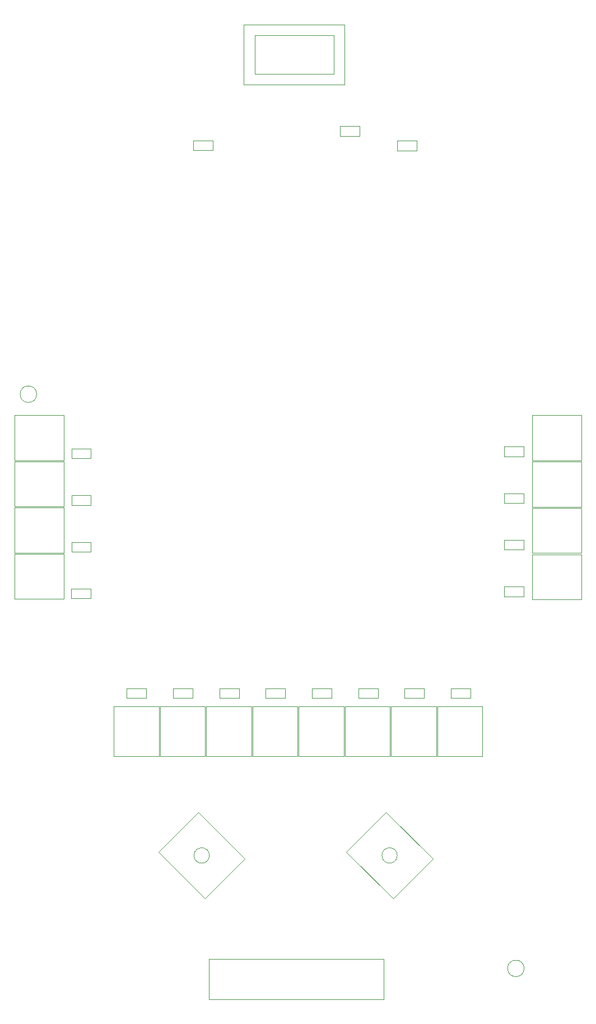
<source format=gbr>
G04 #@! TF.GenerationSoftware,KiCad,Pcbnew,(6.0.5)*
G04 #@! TF.CreationDate,2022-09-11T23:28:05-06:00*
G04 #@! TF.ProjectId,purplewizard,70757270-6c65-4776-997a-6172642e6b69,1.1*
G04 #@! TF.SameCoordinates,Original*
G04 #@! TF.FileFunction,Other,User*
%FSLAX46Y46*%
G04 Gerber Fmt 4.6, Leading zero omitted, Abs format (unit mm)*
G04 Created by KiCad (PCBNEW (6.0.5)) date 2022-09-11 23:28:05*
%MOMM*%
%LPD*%
G01*
G04 APERTURE LIST*
%ADD10C,0.120000*%
%ADD11C,0.050000*%
G04 APERTURE END LIST*
D10*
X140253800Y-23160600D02*
X140253800Y-32160600D01*
X155503800Y-23160600D02*
X140253800Y-23160600D01*
X155503800Y-32160600D02*
X155503800Y-23160600D01*
X140253800Y-32160600D02*
X155503800Y-32160600D01*
X141878800Y-24710600D02*
X141878800Y-30610600D01*
X153878800Y-24710600D02*
X141878800Y-24710600D01*
X153878800Y-30610600D02*
X153878800Y-24710600D01*
X141878800Y-30610600D02*
X153878800Y-30610600D01*
D11*
X108935600Y-78973600D02*
G75*
G03*
X108935600Y-78973600I-1250000J0D01*
G01*
X182615600Y-165763600D02*
G75*
G03*
X182615600Y-165763600I-1250000J0D01*
G01*
X117151600Y-95734466D02*
X114191600Y-95734466D01*
X117151600Y-94274466D02*
X117151600Y-95734466D01*
X114191600Y-94274466D02*
X117151600Y-94274466D01*
X114191600Y-95734466D02*
X114191600Y-94274466D01*
X117151600Y-102778732D02*
X114191600Y-102778732D01*
X117151600Y-101318732D02*
X117151600Y-102778732D01*
X114191600Y-101318732D02*
X117151600Y-101318732D01*
X114191600Y-102778732D02*
X114191600Y-101318732D01*
X179622000Y-101022400D02*
X182582000Y-101022400D01*
X179622000Y-102482400D02*
X179622000Y-101022400D01*
X182582000Y-102482400D02*
X179622000Y-102482400D01*
X182582000Y-101022400D02*
X182582000Y-102482400D01*
X136547228Y-123425200D02*
X139507228Y-123425200D01*
X136547228Y-124885200D02*
X136547228Y-123425200D01*
X139507228Y-124885200D02*
X136547228Y-124885200D01*
X139507228Y-123425200D02*
X139507228Y-124885200D01*
X135605600Y-42073600D02*
X132645600Y-42073600D01*
X135605600Y-40613600D02*
X135605600Y-42073600D01*
X132645600Y-40613600D02*
X135605600Y-40613600D01*
X132645600Y-42073600D02*
X132645600Y-40613600D01*
X117126200Y-109823000D02*
X114166200Y-109823000D01*
X117126200Y-108363000D02*
X117126200Y-109823000D01*
X114166200Y-108363000D02*
X117126200Y-108363000D01*
X114166200Y-109823000D02*
X114166200Y-108363000D01*
X166395600Y-42133600D02*
X163435600Y-42133600D01*
X166395600Y-40673600D02*
X166395600Y-42133600D01*
X163435600Y-40673600D02*
X166395600Y-40673600D01*
X163435600Y-42133600D02*
X163435600Y-40673600D01*
X117151600Y-88690200D02*
X114191600Y-88690200D01*
X117151600Y-87230200D02*
X117151600Y-88690200D01*
X114191600Y-87230200D02*
X117151600Y-87230200D01*
X114191600Y-88690200D02*
X114191600Y-87230200D01*
X129547714Y-123425200D02*
X132507714Y-123425200D01*
X129547714Y-124885200D02*
X129547714Y-123425200D01*
X132507714Y-124885200D02*
X129547714Y-124885200D01*
X132507714Y-123425200D02*
X132507714Y-124885200D01*
X164545284Y-123425200D02*
X167505284Y-123425200D01*
X164545284Y-124885200D02*
X164545284Y-123425200D01*
X167505284Y-124885200D02*
X164545284Y-124885200D01*
X167505284Y-123425200D02*
X167505284Y-124885200D01*
X150546256Y-123425200D02*
X153506256Y-123425200D01*
X150546256Y-124885200D02*
X150546256Y-123425200D01*
X153506256Y-124885200D02*
X150546256Y-124885200D01*
X153506256Y-123425200D02*
X153506256Y-124885200D01*
X122548200Y-123425200D02*
X125508200Y-123425200D01*
X122548200Y-124885200D02*
X122548200Y-123425200D01*
X125508200Y-124885200D02*
X122548200Y-124885200D01*
X125508200Y-123425200D02*
X125508200Y-124885200D01*
X179622000Y-93961200D02*
X182582000Y-93961200D01*
X179622000Y-95421200D02*
X179622000Y-93961200D01*
X182582000Y-95421200D02*
X179622000Y-95421200D01*
X182582000Y-93961200D02*
X182582000Y-95421200D01*
X157545770Y-123425200D02*
X160505770Y-123425200D01*
X157545770Y-124885200D02*
X157545770Y-123425200D01*
X160505770Y-124885200D02*
X157545770Y-124885200D01*
X160505770Y-123425200D02*
X160505770Y-124885200D01*
X179622000Y-86900000D02*
X182582000Y-86900000D01*
X179622000Y-88360000D02*
X179622000Y-86900000D01*
X182582000Y-88360000D02*
X179622000Y-88360000D01*
X182582000Y-86900000D02*
X182582000Y-88360000D01*
X157715400Y-39947600D02*
X154755400Y-39947600D01*
X157715400Y-38487600D02*
X157715400Y-39947600D01*
X154755400Y-38487600D02*
X157715400Y-38487600D01*
X154755400Y-39947600D02*
X154755400Y-38487600D01*
X105565600Y-96127340D02*
X113065600Y-96127340D01*
X105565600Y-102927340D02*
X113065600Y-102927340D01*
X105565600Y-96127340D02*
X105565600Y-102927340D01*
X113065600Y-102927340D02*
X113065600Y-96127340D01*
D10*
X163441677Y-148691600D02*
G75*
G03*
X163441677Y-148691600I-1161077J0D01*
G01*
X155739862Y-148161270D02*
X162810930Y-155232338D01*
X161750270Y-142150862D02*
X155739862Y-148161270D01*
X168821338Y-149221930D02*
X161750270Y-142150862D01*
X162810930Y-155232338D02*
X168821338Y-149221930D01*
D11*
X141575942Y-133671000D02*
X141575942Y-126171000D01*
X148375942Y-133671000D02*
X148375942Y-126171000D01*
X141575942Y-133671000D02*
X148375942Y-133671000D01*
X148375942Y-126171000D02*
X141575942Y-126171000D01*
X183799320Y-82173400D02*
X191299320Y-82173400D01*
X183799320Y-88973400D02*
X191299320Y-88973400D01*
X183799320Y-82173400D02*
X183799320Y-88973400D01*
X191299320Y-88973400D02*
X191299320Y-82173400D01*
X183799320Y-89180646D02*
X191299320Y-89180646D01*
X183799320Y-95980646D02*
X191299320Y-95980646D01*
X183799320Y-89180646D02*
X183799320Y-95980646D01*
X191299320Y-95980646D02*
X191299320Y-89180646D01*
D10*
X135044477Y-148691600D02*
G75*
G03*
X135044477Y-148691600I-1161077J0D01*
G01*
X127342662Y-148161270D02*
X134413730Y-155232338D01*
X133353070Y-142150862D02*
X127342662Y-148161270D01*
X140424138Y-149221930D02*
X133353070Y-142150862D01*
X134413730Y-155232338D02*
X140424138Y-149221930D01*
D11*
X169513040Y-133671000D02*
X169513040Y-126171000D01*
X176313040Y-133671000D02*
X176313040Y-126171000D01*
X169513040Y-133671000D02*
X176313040Y-133671000D01*
X176313040Y-126171000D02*
X169513040Y-126171000D01*
X162528764Y-133671000D02*
X162528764Y-126171000D01*
X169328764Y-133671000D02*
X169328764Y-126171000D01*
X162528764Y-133671000D02*
X169328764Y-133671000D01*
X169328764Y-126171000D02*
X162528764Y-126171000D01*
X155544490Y-133671000D02*
X155544490Y-126171000D01*
X162344490Y-133671000D02*
X162344490Y-126171000D01*
X155544490Y-133671000D02*
X162344490Y-133671000D01*
X162344490Y-126171000D02*
X155544490Y-126171000D01*
X105565600Y-103113600D02*
X113065600Y-103113600D01*
X105565600Y-109913600D02*
X113065600Y-109913600D01*
X105565600Y-103113600D02*
X105565600Y-109913600D01*
X113065600Y-109913600D02*
X113065600Y-103113600D01*
X127607394Y-133671000D02*
X127607394Y-126171000D01*
X134407394Y-133671000D02*
X134407394Y-126171000D01*
X127607394Y-133671000D02*
X134407394Y-133671000D01*
X134407394Y-126171000D02*
X127607394Y-126171000D01*
X183799320Y-96187892D02*
X191299320Y-96187892D01*
X183799320Y-102987892D02*
X191299320Y-102987892D01*
X183799320Y-96187892D02*
X183799320Y-102987892D01*
X191299320Y-102987892D02*
X191299320Y-96187892D01*
X183799320Y-103195140D02*
X191299320Y-103195140D01*
X183799320Y-109995140D02*
X191299320Y-109995140D01*
X183799320Y-103195140D02*
X183799320Y-109995140D01*
X191299320Y-109995140D02*
X191299320Y-103195140D01*
X105565600Y-89141080D02*
X113065600Y-89141080D01*
X105565600Y-95941080D02*
X113065600Y-95941080D01*
X105565600Y-89141080D02*
X105565600Y-95941080D01*
X113065600Y-95941080D02*
X113065600Y-89141080D01*
X148560216Y-133671000D02*
X148560216Y-126171000D01*
X155360216Y-133671000D02*
X155360216Y-126171000D01*
X148560216Y-133671000D02*
X155360216Y-133671000D01*
X155360216Y-126171000D02*
X148560216Y-126171000D01*
X120623120Y-133671000D02*
X120623120Y-126171000D01*
X127423120Y-133671000D02*
X127423120Y-126171000D01*
X120623120Y-133671000D02*
X127423120Y-133671000D01*
X127423120Y-126171000D02*
X120623120Y-126171000D01*
X105565600Y-82154820D02*
X113065600Y-82154820D01*
X105565600Y-88954820D02*
X113065600Y-88954820D01*
X105565600Y-82154820D02*
X105565600Y-88954820D01*
X113065600Y-88954820D02*
X113065600Y-82154820D01*
X134591668Y-133671000D02*
X134591668Y-126171000D01*
X141391668Y-133671000D02*
X141391668Y-126171000D01*
X134591668Y-133671000D02*
X141391668Y-133671000D01*
X141391668Y-126171000D02*
X134591668Y-126171000D01*
X143546742Y-123425200D02*
X146506742Y-123425200D01*
X143546742Y-124885200D02*
X143546742Y-123425200D01*
X146506742Y-124885200D02*
X143546742Y-124885200D01*
X146506742Y-123425200D02*
X146506742Y-124885200D01*
X179571200Y-108083600D02*
X182531200Y-108083600D01*
X179571200Y-109543600D02*
X179571200Y-108083600D01*
X182531200Y-109543600D02*
X179571200Y-109543600D01*
X182531200Y-108083600D02*
X182531200Y-109543600D01*
X171544800Y-123425200D02*
X174504800Y-123425200D01*
X171544800Y-124885200D02*
X171544800Y-123425200D01*
X174504800Y-124885200D02*
X171544800Y-124885200D01*
X174504800Y-123425200D02*
X174504800Y-124885200D01*
X161404400Y-170456000D02*
X135004400Y-170456000D01*
X161404400Y-164356000D02*
X161404400Y-170456000D01*
X135004400Y-164356000D02*
X161404400Y-164356000D01*
X135004400Y-170456000D02*
X135004400Y-164356000D01*
M02*

</source>
